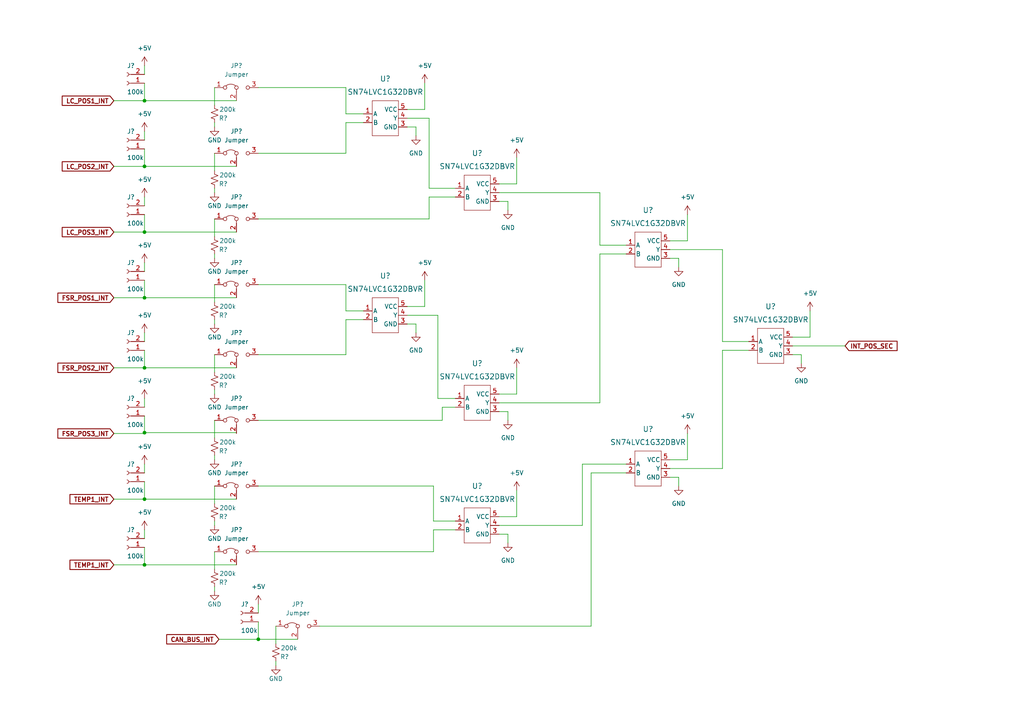
<source format=kicad_sch>
(kicad_sch (version 20211123) (generator eeschema)
  (paper "A4")
  (lib_symbols
    (symbol "Connector:Conn_01x02_Female" (pin_names (offset 1.016) hide)
      (property "Reference" "J" (at 0 2.54 0))
      (property "Value" "Conn_01x02_Female" (at 0 -5.08 0))
      (symbol "Conn_01x02_Female_1_1"
        (arc (start 0 -2.032) (mid -0.508 -2.54) (end 0 -3.048) (stroke (width 0.1524)))
        (polyline (pts (xy -1.27 -2.54) (xy -0.508 -2.54)) (stroke (width 0.1524)))
        (polyline (pts (xy -1.27 0) (xy -0.508 0)) (stroke (width 0.1524)))
        (arc (start 0 0.508) (mid -0.508 0) (end 0 -0.508) (stroke (width 0.1524)))
        (pin passive line (at -5.08 0 0) (length 3.81) (name "Pin_1") (number "1"))
        (pin passive line (at -5.08 -2.54 0) (length 3.81) (name "Pin_2") (number "2"))
      )
    )
    (symbol "Device:R_Small_US" (pin_numbers hide) (pin_names (offset 0.254) hide)
      (property "Reference" "R" (at 0.762 0.508 0))
      (property "Value" "R_Small_US" (at 0.762 -1.016 0))
      (symbol "R_Small_US_1_1"
        (polyline (pts (xy 0 0) (xy 1.016 -0.381) (xy 0 -0.762) (xy -1.016 -1.143) (xy 0 -1.524)))
        (polyline (pts (xy 0 1.524) (xy 1.016 1.143) (xy 0 0.762) (xy -1.016 0.381) (xy 0 0)))
        (pin passive line (at 0 2.54 270) (length 1.016) (name "~") (number "1"))
        (pin passive line (at 0 -2.54 90) (length 1.016) (name "~") (number "2"))
      )
    )
    (symbol "Jumper:Jumper_3_Bridged12" (pin_names (offset 0) hide)
      (property "Reference" "JP" (at -2.54 -2.54 0))
      (property "Value" "Jumper_3_Bridged12" (at 0 2.794 0))
      (symbol "Jumper_3_Bridged12_0_0"
        (circle (center -3.302 0) (radius 0.508))
        (circle (center 0 0) (radius 0.508))
        (circle (center 3.302 0) (radius 0.508))
      )
      (symbol "Jumper_3_Bridged12_0_1"
        (arc (start -0.254 0.508) (mid -1.651 0.9912) (end -3.048 0.508))
        (polyline (pts (xy 0 -1.27) (xy 0 -0.508)))
      )
      (symbol "Jumper_3_Bridged12_1_1"
        (pin passive line (at -6.35 0 0) (length 2.54) (name "A") (number "1"))
        (pin passive line (at 0 -3.81 90) (length 2.54) (name "C") (number "2"))
        (pin passive line (at 6.35 0 180) (length 2.54) (name "B") (number "3"))
      )
    )
    (symbol "SymLib:SN74LVC1G32DBVR" (pin_names (offset 0.254))
      (property "Reference" "U" (at 25.4 10.16 0))
      (property "Value" "SN74LVC1G32DBVR" (at 25.4 7.62 0))
      (symbol "SN74LVC1G32DBVR_0_1"
        (polyline (pts (xy 21.59 -7.62) (xy 29.21 -7.62)) (stroke (width 0.127)))
        (polyline (pts (xy 21.59 2.54) (xy 21.59 -7.62)) (stroke (width 0.127)))
        (polyline (pts (xy 29.21 -7.62) (xy 29.21 2.54)) (stroke (width 0.127)))
        (polyline (pts (xy 29.21 2.54) (xy 21.59 2.54)) (stroke (width 0.127)))
        (pin input line (at 19.05 -1.27 0) (length 2.54) (name "A") (number "1"))
        (pin input line (at 19.05 -3.81 0) (length 2.54) (name "B") (number "2"))
        (pin power_in line (at 31.75 -5.08 180) (length 2.54) (name "GND") (number "3"))
        (pin output line (at 31.75 -2.54 180) (length 2.54) (name "Y") (number "4"))
        (pin power_in line (at 31.75 0 180) (length 2.54) (name "VCC") (number "5"))
      )
    )
    (symbol "power:+5V" (power) (pin_names (offset 0))
      (property "Value" "+5V" (at 0 3.556 0))
      (symbol "+5V_0_1"
        (polyline (pts (xy -0.762 1.27) (xy 0 2.54)))
        (polyline (pts (xy 0 0) (xy 0 2.54)))
        (polyline (pts (xy 0 2.54) (xy 0.762 1.27)))
      )
      (symbol "+5V_1_1"
        (pin power_in line (at 0 0 90) (length 0) hide (name "+5V") (number "1"))
      )
    )
    (symbol "power:GND" (power) (pin_names (offset 0))
      (property "Value" "GND" (at 0 -3.81 0))
      (symbol "GND_0_1"
        (polyline (pts (xy 0 0) (xy 0 -1.27) (xy 1.27 -1.27) (xy 0 -2.54) (xy -1.27 -1.27) (xy 0 -1.27)))
      )
      (symbol "GND_1_1"
        (pin power_in line (at 0 0 270) (length 0) hide (name "GND") (number "1"))
      )
    )
  )
  (junction (at 41.91 48.26))
  (junction (at 41.91 163.83))
  (junction (at 74.93 185.42))
  (junction (at 41.91 29.21))
  (junction (at 41.91 86.36))
  (junction (at 41.91 106.68))
  (junction (at 41.91 67.31))
  (junction (at 41.91 144.78))
  (junction (at 41.91 125.484))
  (wire (pts (xy 147.32 154.94) (xy 144.78 154.94)))
  (wire (pts (xy 62.23 54.61) (xy 62.23 55.88)))
  (wire (pts (xy 80.01 181.61) (xy 80.01 186.69)))
  (wire (pts (xy 41.91 106.68) (xy 41.91 101.6)))
  (wire (pts (xy 209.55 135.89) (xy 209.55 101.6)))
  (wire (pts (xy 125.73 140.97) (xy 74.93 140.97)))
  (wire (pts (xy 41.91 144.78) (xy 41.91 139.7)))
  (wire (pts (xy 132.08 57.15) (xy 124.46 57.15)))
  (wire (pts (xy 41.91 19.05) (xy 41.91 21.59)))
  (wire (pts (xy 41.91 144.78) (xy 68.58 144.78)))
  (wire (pts (xy 194.31 69.85) (xy 199.39 69.85)))
  (wire (pts (xy 232.41 105.41) (xy 232.41 102.87)))
  (wire (pts (xy 105.41 92.71) (xy 100.33 92.71)))
  (wire (pts (xy 63.5 185.42) (xy 74.93 185.42)))
  (wire (pts (xy 62.23 132.08) (xy 62.23 133.35)))
  (wire (pts (xy 100.33 25.4) (xy 100.33 33.02)))
  (wire (pts (xy 147.32 121.92) (xy 147.32 119.38)))
  (wire (pts (xy 100.33 44.45) (xy 100.33 35.56)))
  (wire (pts (xy 132.08 54.61) (xy 124.46 54.61)))
  (wire (pts (xy 229.87 97.79) (xy 234.95 97.79)))
  (wire (pts (xy 41.91 96.52) (xy 41.91 99.06)))
  (wire (pts (xy 41.91 48.26) (xy 68.58 48.26)))
  (wire (pts (xy 144.78 149.86) (xy 149.86 149.86)))
  (wire (pts (xy 132.08 118.11) (xy 128.27 118.11)))
  (wire (pts (xy 147.32 58.42) (xy 144.78 58.42)))
  (wire (pts (xy 168.91 152.4) (xy 168.91 134.62)))
  (wire (pts (xy 41.91 29.21) (xy 41.91 24.13)))
  (wire (pts (xy 196.85 77.47) (xy 196.85 74.93)))
  (wire (pts (xy 149.86 106.68) (xy 149.86 114.3)))
  (wire (pts (xy 33.02 163.83) (xy 41.91 163.83)))
  (wire (pts (xy 74.93 175.26) (xy 74.93 177.8)))
  (wire (pts (xy 62.23 25.4) (xy 62.23 30.48)))
  (wire (pts (xy 62.23 44.45) (xy 62.23 49.53)))
  (wire (pts (xy 124.46 34.29) (xy 118.11 34.29)))
  (wire (pts (xy 199.39 125.73) (xy 199.39 133.35)))
  (wire (pts (xy 132.08 151.13) (xy 125.73 151.13)))
  (wire (pts (xy 41.91 48.26) (xy 41.91 43.18)))
  (wire (pts (xy 62.23 140.97) (xy 62.23 146.05)))
  (wire (pts (xy 100.33 92.71) (xy 100.33 102.87)))
  (wire (pts (xy 173.99 73.66) (xy 181.61 73.66)))
  (wire (pts (xy 62.23 102.87) (xy 62.23 107.95)))
  (wire (pts (xy 33.02 48.26) (xy 41.91 48.26)))
  (wire (pts (xy 124.46 57.15) (xy 124.46 63.5)))
  (wire (pts (xy 74.93 160.02) (xy 125.73 160.02)))
  (wire (pts (xy 62.23 170.18) (xy 62.23 171.45)))
  (wire (pts (xy 120.65 36.83) (xy 118.11 36.83)))
  (wire (pts (xy 62.23 151.13) (xy 62.23 152.4)))
  (wire (pts (xy 144.78 53.34) (xy 149.86 53.34)))
  (wire (pts (xy 74.93 25.4) (xy 100.33 25.4)))
  (wire (pts (xy 74.93 185.42) (xy 74.93 180.34)))
  (wire (pts (xy 41.91 115.57) (xy 41.91 118.11)))
  (wire (pts (xy 80.01 191.77) (xy 80.01 193.04)))
  (wire (pts (xy 41.91 134.62) (xy 41.91 137.16)))
  (wire (pts (xy 100.33 102.87) (xy 74.93 102.87)))
  (wire (pts (xy 41.91 125.73) (xy 41.91 125.484)))
  (wire (pts (xy 194.31 133.35) (xy 199.39 133.35)))
  (wire (pts (xy 118.11 88.9) (xy 123.19 88.9)))
  (wire (pts (xy 209.55 72.39) (xy 209.55 99.06)))
  (wire (pts (xy 33.02 144.78) (xy 41.91 144.78)))
  (wire (pts (xy 41.91 29.21) (xy 68.58 29.21)))
  (wire (pts (xy 144.78 114.3) (xy 149.86 114.3)))
  (wire (pts (xy 74.93 185.42) (xy 86.36 185.42)))
  (wire (pts (xy 62.23 63.5) (xy 62.23 68.58)))
  (wire (pts (xy 33.02 86.36) (xy 41.91 86.36)))
  (wire (pts (xy 196.85 140.97) (xy 196.85 138.43)))
  (wire (pts (xy 62.23 92.71) (xy 62.23 93.98)))
  (wire (pts (xy 144.78 55.88) (xy 173.99 55.88)))
  (wire (pts (xy 62.23 73.66) (xy 62.23 74.93)))
  (wire (pts (xy 62.23 113.03) (xy 62.23 114.3)))
  (wire (pts (xy 125.73 153.67) (xy 125.73 160.02)))
  (wire (pts (xy 62.23 82.55) (xy 62.23 87.63)))
  (wire (pts (xy 41.91 106.68) (xy 68.58 106.68)))
  (wire (pts (xy 41.91 67.31) (xy 68.58 67.31)))
  (wire (pts (xy 147.32 157.48) (xy 147.32 154.94)))
  (wire (pts (xy 100.33 35.56) (xy 105.41 35.56)))
  (wire (pts (xy 41.91 76.2) (xy 41.91 78.74)))
  (wire (pts (xy 74.93 82.55) (xy 100.33 82.55)))
  (wire (pts (xy 33.02 125.73) (xy 41.91 125.73)))
  (wire (pts (xy 41.91 153.67) (xy 41.91 156.21)))
  (wire (pts (xy 171.45 137.16) (xy 181.61 137.16)))
  (wire (pts (xy 74.93 44.45) (xy 100.33 44.45)))
  (wire (pts (xy 62.23 160.02) (xy 62.23 165.1)))
  (wire (pts (xy 41.91 57.15) (xy 41.91 59.69)))
  (wire (pts (xy 171.45 181.61) (xy 171.45 137.16)))
  (wire (pts (xy 196.85 138.43) (xy 194.31 138.43)))
  (wire (pts (xy 209.55 101.6) (xy 217.17 101.6)))
  (wire (pts (xy 92.71 181.61) (xy 171.45 181.61)))
  (wire (pts (xy 173.99 71.12) (xy 181.61 71.12)))
  (wire (pts (xy 41.91 67.31) (xy 41.91 62.23)))
  (wire (pts (xy 120.65 39.37) (xy 120.65 36.83)))
  (wire (pts (xy 41.91 86.36) (xy 41.91 81.28)))
  (wire (pts (xy 149.86 45.72) (xy 149.86 53.34)))
  (wire (pts (xy 199.39 62.23) (xy 199.39 69.85)))
  (wire (pts (xy 144.78 152.4) (xy 168.91 152.4)))
  (wire (pts (xy 41.91 125.484) (xy 68.58 125.484)))
  (wire (pts (xy 41.91 125.484) (xy 41.91 120.65)))
  (wire (pts (xy 41.91 86.36) (xy 68.58 86.36)))
  (wire (pts (xy 124.46 54.61) (xy 124.46 34.29)))
  (wire (pts (xy 74.93 63.5) (xy 124.46 63.5)))
  (wire (pts (xy 33.02 29.21) (xy 41.91 29.21)))
  (wire (pts (xy 144.78 116.84) (xy 173.99 116.84)))
  (wire (pts (xy 118.11 31.75) (xy 123.19 31.75)))
  (wire (pts (xy 127 115.57) (xy 127 91.44)))
  (wire (pts (xy 173.99 116.84) (xy 173.99 73.66)))
  (wire (pts (xy 41.91 163.83) (xy 68.58 163.83)))
  (wire (pts (xy 33.02 67.31) (xy 41.91 67.31)))
  (wire (pts (xy 100.33 33.02) (xy 105.41 33.02)))
  (wire (pts (xy 123.19 24.13) (xy 123.19 31.75)))
  (wire (pts (xy 128.27 118.11) (xy 128.27 121.92)))
  (wire (pts (xy 41.91 163.83) (xy 41.91 158.75)))
  (wire (pts (xy 33.02 106.68) (xy 41.91 106.68)))
  (wire (pts (xy 125.73 151.13) (xy 125.73 140.97)))
  (wire (pts (xy 234.95 90.17) (xy 234.95 97.79)))
  (wire (pts (xy 123.19 81.28) (xy 123.19 88.9)))
  (wire (pts (xy 232.41 102.87) (xy 229.87 102.87)))
  (wire (pts (xy 120.65 96.52) (xy 120.65 93.98)))
  (wire (pts (xy 209.55 99.06) (xy 217.17 99.06)))
  (wire (pts (xy 147.32 60.96) (xy 147.32 58.42)))
  (wire (pts (xy 132.08 153.67) (xy 125.73 153.67)))
  (wire (pts (xy 128.27 121.92) (xy 74.93 121.92)))
  (wire (pts (xy 149.86 142.24) (xy 149.86 149.86)))
  (wire (pts (xy 100.33 82.55) (xy 100.33 90.17)))
  (wire (pts (xy 120.65 93.98) (xy 118.11 93.98)))
  (wire (pts (xy 62.23 121.92) (xy 62.23 127)))
  (wire (pts (xy 196.85 74.93) (xy 194.31 74.93)))
  (wire (pts (xy 194.31 135.89) (xy 209.55 135.89)))
  (wire (pts (xy 194.31 72.39) (xy 209.55 72.39)))
  (wire (pts (xy 132.08 115.57) (xy 127 115.57)))
  (wire (pts (xy 127 91.44) (xy 118.11 91.44)))
  (wire (pts (xy 147.32 119.38) (xy 144.78 119.38)))
  (wire (pts (xy 100.33 90.17) (xy 105.41 90.17)))
  (wire (pts (xy 62.23 35.56) (xy 62.23 36.83)))
  (wire (pts (xy 229.87 100.33) (xy 245.11 100.33)))
  (wire (pts (xy 41.91 38.1) (xy 41.91 40.64)))
  (wire (pts (xy 173.99 55.88) (xy 173.99 71.12)))
  (wire (pts (xy 168.91 134.62) (xy 181.61 134.62)))
  (global_label "CAN_BUS_INT" (shape input) (at 63.5 185.42 180) (effects (font bold)) (property "Intersheet References" "${INTERSHEET_REFS}" (effects hide)))
  (global_label "TEMP1_INT" (shape input) (at 33.02 144.78 180) (effects (font bold)) (property "Intersheet References" "${INTERSHEET_REFS}" (effects hide)))
  (global_label "FSR_POS3_INT" (shape input) (at 33.02 125.73 180) (effects (font (thickness 0.254) bold)) (property "Intersheet References" "${INTERSHEET_REFS}" (effects hide)))
  (global_label "TEMP1_INT" (shape input) (at 33.02 163.83 180) (effects (font bold)) (property "Intersheet References" "${INTERSHEET_REFS}" (effects hide)))
  (global_label "FSR_POS2_INT" (shape input) (at 33.02 106.68 180) (effects (font (thickness 0.254) bold)) (property "Intersheet References" "${INTERSHEET_REFS}" (effects hide)))
  (global_label "LC_POS2_INT" (shape input) (at 33.02 48.26 180) (effects (font bold)) (property "Intersheet References" "${INTERSHEET_REFS}" (effects hide)))
  (global_label "LC_POS1_INT" (shape input) (at 33.02 29.21 180) (effects (font bold)) (property "Intersheet References" "${INTERSHEET_REFS}" (effects hide)))
  (global_label "INT_POS_SEC" (shape input) (at 245.11 100.33 0) (effects (font bold)) (property "Intersheet References" "${INTERSHEET_REFS}" (effects hide)))
  (global_label "LC_POS3_INT" (shape input) (at 33.02 67.31 180) (effects (font bold)) (property "Intersheet References" "${INTERSHEET_REFS}" (effects hide)))
  (global_label "FSR_POS1_INT" (shape input) (at 33.02 86.36 180) (effects (font (thickness 0.254) bold)) (property "Intersheet References" "${INTERSHEET_REFS}" (effects hide)))
  (symbol (lib_id "Device:R_Small_US") (at 62.23 110.49 0) (unit 1)
    (property "Reference" "R?" (at 64.77 111.76 0))
    (property "Value" "200k" (at 66.04 109.22 0))
    (property "Footprint" "Resistor_SMD:R_0603_1608Metric" (effects hide))
  )
  (symbol (lib_id "Connector:Conn_01x02_Female") (at 36.83 101.6 180) (unit 1)
    (property "Reference" "J?" (at 36.83 96.52 0) (effects (justify right)))
    (property "Value" "100k" (at 36.83 104.14 0) (effects (justify right)))
    (property "Footprint" "Connector_PinHeader_2.54mm:PinHeader_1x02_P2.54mm_Vertical" (effects hide))
  )
  (symbol (lib_id "power:GND") (at 232.41 105.41 0) (unit 1)
    (property "Reference" "#PWR?" (effects hide))
    (property "Value" "GND" (at 232.41 110.49 0))
  )
  (symbol (lib_id "Connector:Conn_01x02_Female") (at 36.83 24.13 180) (unit 1)
    (property "Reference" "J?" (at 36.83 19.05 0) (effects (justify right)))
    (property "Value" "100k" (at 36.83 26.67 0) (effects (justify right)))
    (property "Footprint" "Connector_PinHeader_2.54mm:PinHeader_1x02_P2.54mm_Vertical" (effects hide))
  )
  (symbol (lib_id "Jumper:Jumper_3_Bridged12") (at 68.58 82.55 0) (unit 1)
    (property "Reference" "JP?" (at 68.58 76.2 0))
    (property "Value" "Jumper" (at 68.58 78.74 0))
    (property "Footprint" "Connector_PinHeader_2.54mm:PinHeader_1x03_P2.54mm_Vertical" (effects hide))
  )
  (symbol (lib_id "SymLib:SN74LVC1G32DBVR") (at 86.36 31.75 0) (unit 1)
    (property "Reference" "U?" (at 111.76 22.86 0) (effects (font (size 1.524 1.524))))
    (property "Value" "SN74LVC1G32DBVR" (at 111.76 26.67 0) (effects (font (size 1.524 1.524))))
    (property "Footprint" "FootPrint:SOT95P270X145-5N" (effects hide))
  )
  (symbol (lib_id "SymLib:SN74LVC1G32DBVR") (at 86.36 88.9 0) (unit 1)
    (property "Reference" "U?" (at 111.76 80.01 0) (effects (font (size 1.524 1.524))))
    (property "Value" "SN74LVC1G32DBVR" (at 111.76 83.82 0) (effects (font (size 1.524 1.524))))
    (property "Footprint" "FootPrint:SOT95P270X145-5N" (effects hide))
  )
  (symbol (lib_id "Jumper:Jumper_3_Bridged12") (at 68.58 140.97 0) (unit 1)
    (property "Reference" "JP?" (at 68.58 134.62 0))
    (property "Value" "Jumper" (at 68.58 137.16 0))
    (property "Footprint" "Connector_PinHeader_2.54mm:PinHeader_1x03_P2.54mm_Vertical" (effects hide))
  )
  (symbol (lib_id "Connector:Conn_01x02_Female") (at 36.83 81.28 180) (unit 1)
    (property "Reference" "J?" (at 36.83 76.2 0) (effects (justify right)))
    (property "Value" "100k" (at 36.83 83.82 0) (effects (justify right)))
    (property "Footprint" "Connector_PinHeader_2.54mm:PinHeader_1x02_P2.54mm_Vertical" (effects hide))
  )
  (symbol (lib_id "SymLib:SN74LVC1G32DBVR") (at 198.12 97.79 0) (unit 1)
    (property "Reference" "U?" (at 223.52 88.9 0) (effects (font (size 1.524 1.524))))
    (property "Value" "SN74LVC1G32DBVR" (at 223.52 92.71 0) (effects (font (size 1.524 1.524))))
    (property "Footprint" "FootPrint:SOT95P270X145-5N" (effects hide))
  )
  (symbol (lib_id "Device:R_Small_US") (at 80.01 189.23 0) (unit 1)
    (property "Reference" "R?" (at 82.55 190.5 0))
    (property "Value" "200k" (at 83.82 187.96 0))
    (property "Footprint" "Resistor_SMD:R_0603_1608Metric" (effects hide))
  )
  (symbol (lib_id "power:+5V") (at 41.91 96.52 0) (unit 1)
    (property "Reference" "#PWR?" (effects hide))
    (property "Value" "+5V" (at 41.91 91.44 0))
  )
  (symbol (lib_id "Device:R_Small_US") (at 62.23 167.64 0) (unit 1)
    (property "Reference" "R?" (at 64.77 168.91 0))
    (property "Value" "200k" (at 66.04 166.37 0))
    (property "Footprint" "Resistor_SMD:R_0603_1608Metric" (effects hide))
  )
  (symbol (lib_id "power:+5V") (at 41.91 115.57 0) (unit 1)
    (property "Reference" "#PWR?" (effects hide))
    (property "Value" "+5V" (at 41.91 110.49 0))
  )
  (symbol (lib_id "Jumper:Jumper_3_Bridged12") (at 68.58 160.02 0) (unit 1)
    (property "Reference" "JP?" (at 68.58 153.67 0))
    (property "Value" "Jumper" (at 68.58 156.21 0))
    (property "Footprint" "Connector_PinHeader_2.54mm:PinHeader_1x03_P2.54mm_Vertical" (effects hide))
  )
  (symbol (lib_id "power:+5V") (at 149.86 106.68 0) (unit 1)
    (property "Reference" "#PWR?" (effects hide))
    (property "Value" "+5V" (at 149.86 101.6 0))
  )
  (symbol (lib_id "Device:R_Small_US") (at 62.23 90.17 0) (unit 1)
    (property "Reference" "R?" (at 64.77 91.44 0))
    (property "Value" "200k" (at 66.04 88.9 0))
    (property "Footprint" "Resistor_SMD:R_0603_1608Metric" (effects hide))
  )
  (symbol (lib_id "SymLib:SN74LVC1G32DBVR") (at 162.56 133.35 0) (unit 1)
    (property "Reference" "U?" (at 187.96 124.46 0) (effects (font (size 1.524 1.524))))
    (property "Value" "SN74LVC1G32DBVR" (at 187.96 128.27 0) (effects (font (size 1.524 1.524))))
    (property "Footprint" "FootPrint:SOT95P270X145-5N" (effects hide))
  )
  (symbol (lib_id "Device:R_Small_US") (at 62.23 129.54 0) (unit 1)
    (property "Reference" "R?" (at 64.77 130.81 0))
    (property "Value" "200k" (at 66.04 128.27 0))
    (property "Footprint" "Resistor_SMD:R_0603_1608Metric" (effects hide))
  )
  (symbol (lib_id "power:GND") (at 62.23 55.88 0) (unit 1)
    (property "Reference" "#PWR?" (effects hide))
    (property "Value" "GND" (at 62.23 59.69 0))
  )
  (symbol (lib_id "power:GND") (at 196.85 77.47 0) (unit 1)
    (property "Reference" "#PWR?" (effects hide))
    (property "Value" "GND" (at 196.85 82.55 0))
  )
  (symbol (lib_id "power:+5V") (at 199.39 62.23 0) (unit 1)
    (property "Reference" "#PWR?" (effects hide))
    (property "Value" "+5V" (at 199.39 57.15 0))
  )
  (symbol (lib_id "Jumper:Jumper_3_Bridged12") (at 68.58 63.5 0) (unit 1)
    (property "Reference" "JP?" (at 68.58 57.15 0))
    (property "Value" "Jumper" (at 68.58 59.69 0))
    (property "Footprint" "Connector_PinHeader_2.54mm:PinHeader_1x03_P2.54mm_Vertical" (effects hide))
  )
  (symbol (lib_id "Connector:Conn_01x02_Female") (at 36.83 62.23 180) (unit 1)
    (property "Reference" "J?" (at 36.83 57.15 0) (effects (justify right)))
    (property "Value" "100k" (at 36.83 64.77 0) (effects (justify right)))
    (property "Footprint" "Connector_PinHeader_2.54mm:PinHeader_1x02_P2.54mm_Vertical" (effects hide))
  )
  (symbol (lib_id "power:GND") (at 196.85 140.97 0) (unit 1)
    (property "Reference" "#PWR?" (effects hide))
    (property "Value" "GND" (at 196.85 146.05 0))
  )
  (symbol (lib_id "Jumper:Jumper_3_Bridged12") (at 86.36 181.61 0) (unit 1)
    (property "Reference" "JP?" (at 86.36 175.26 0))
    (property "Value" "Jumper" (at 86.36 177.8 0))
    (property "Footprint" "Connector_PinHeader_2.54mm:PinHeader_1x03_P2.54mm_Vertical" (effects hide))
  )
  (symbol (lib_id "Jumper:Jumper_3_Bridged12") (at 68.58 44.45 0) (unit 1)
    (property "Reference" "JP?" (at 68.58 38.1 0))
    (property "Value" "Jumper" (at 68.58 40.64 0))
    (property "Footprint" "Connector_PinHeader_2.54mm:PinHeader_1x03_P2.54mm_Vertical" (effects hide))
  )
  (symbol (lib_id "power:+5V") (at 149.86 142.24 0) (unit 1)
    (property "Reference" "#PWR?" (effects hide))
    (property "Value" "+5V" (at 149.86 137.16 0))
  )
  (symbol (lib_id "Device:R_Small_US") (at 62.23 52.07 0) (unit 1)
    (property "Reference" "R?" (at 64.77 53.34 0))
    (property "Value" "200k" (at 66.04 50.8 0))
    (property "Footprint" "Resistor_SMD:R_0603_1608Metric" (effects hide))
  )
  (symbol (lib_id "power:GND") (at 147.32 60.96 0) (unit 1)
    (property "Reference" "#PWR?" (effects hide))
    (property "Value" "GND" (at 147.32 66.04 0))
  )
  (symbol (lib_id "power:GND") (at 62.23 93.98 0) (unit 1)
    (property "Reference" "#PWR?" (effects hide))
    (property "Value" "GND" (at 62.23 97.79 0))
  )
  (symbol (lib_id "power:GND") (at 120.65 96.52 0) (unit 1)
    (property "Reference" "#PWR?" (effects hide))
    (property "Value" "GND" (at 120.65 101.6 0))
  )
  (symbol (lib_id "Device:R_Small_US") (at 62.23 148.59 0) (unit 1)
    (property "Reference" "R?" (at 64.77 149.86 0))
    (property "Value" "200k" (at 66.04 147.32 0))
    (property "Footprint" "Resistor_SMD:R_0603_1608Metric" (effects hide))
  )
  (symbol (lib_id "power:+5V") (at 41.91 134.62 0) (unit 1)
    (property "Reference" "#PWR?" (effects hide))
    (property "Value" "+5V" (at 41.91 129.54 0))
  )
  (symbol (lib_id "power:GND") (at 62.23 133.35 0) (unit 1)
    (property "Reference" "#PWR?" (effects hide))
    (property "Value" "GND" (at 62.23 137.16 0))
  )
  (symbol (lib_id "power:+5V") (at 234.95 90.17 0) (unit 1)
    (property "Reference" "#PWR?" (effects hide))
    (property "Value" "+5V" (at 234.95 85.09 0))
  )
  (symbol (lib_id "SymLib:SN74LVC1G32DBVR") (at 113.03 149.86 0) (unit 1)
    (property "Reference" "U?" (at 138.43 140.97 0) (effects (font (size 1.524 1.524))))
    (property "Value" "SN74LVC1G32DBVR" (at 138.43 144.78 0) (effects (font (size 1.524 1.524))))
    (property "Footprint" "FootPrint:SOT95P270X145-5N" (effects hide))
  )
  (symbol (lib_id "Connector:Conn_01x02_Female") (at 36.83 120.65 180) (unit 1)
    (property "Reference" "J?" (at 36.83 115.57 0) (effects (justify right)))
    (property "Value" "100k" (at 36.83 123.19 0) (effects (justify right)))
    (property "Footprint" "Connector_PinHeader_2.54mm:PinHeader_1x02_P2.54mm_Vertical" (effects hide))
  )
  (symbol (lib_id "power:GND") (at 62.23 114.3 0) (unit 1)
    (property "Reference" "#PWR?" (effects hide))
    (property "Value" "GND" (at 62.23 118.11 0))
  )
  (symbol (lib_id "Jumper:Jumper_3_Bridged12") (at 68.58 102.87 0) (unit 1)
    (property "Reference" "JP?" (at 68.58 96.52 0))
    (property "Value" "Jumper" (at 68.58 99.06 0))
    (property "Footprint" "Connector_PinHeader_2.54mm:PinHeader_1x03_P2.54mm_Vertical" (effects hide))
  )
  (symbol (lib_id "power:+5V") (at 149.86 45.72 0) (unit 1)
    (property "Reference" "#PWR?" (effects hide))
    (property "Value" "+5V" (at 149.86 40.64 0))
  )
  (symbol (lib_id "power:GND") (at 62.23 74.93 0) (unit 1)
    (property "Reference" "#PWR?" (effects hide))
    (property "Value" "GND" (at 62.23 78.74 0))
  )
  (symbol (lib_id "power:GND") (at 120.65 39.37 0) (unit 1)
    (property "Reference" "#PWR?" (effects hide))
    (property "Value" "GND" (at 120.65 44.45 0))
  )
  (symbol (lib_id "power:GND") (at 147.32 121.92 0) (unit 1)
    (property "Reference" "#PWR?" (effects hide))
    (property "Value" "GND" (at 147.32 127 0))
  )
  (symbol (lib_id "Connector:Conn_01x02_Female") (at 69.85 180.34 180) (unit 1)
    (property "Reference" "J?" (at 69.85 175.26 0) (effects (justify right)))
    (property "Value" "100k" (at 69.85 182.88 0) (effects (justify right)))
    (property "Footprint" "Connector_PinHeader_2.54mm:PinHeader_1x02_P2.54mm_Vertical" (effects hide))
  )
  (symbol (lib_id "power:GND") (at 62.23 152.4 0) (unit 1)
    (property "Reference" "#PWR?" (effects hide))
    (property "Value" "GND" (at 62.23 156.21 0))
  )
  (symbol (lib_id "power:GND") (at 62.23 171.45 0) (unit 1)
    (property "Reference" "#PWR?" (effects hide))
    (property "Value" "GND" (at 62.23 175.26 0))
  )
  (symbol (lib_id "power:GND") (at 62.23 36.83 0) (unit 1)
    (property "Reference" "#PWR?" (effects hide))
    (property "Value" "GND" (at 62.23 40.64 0))
  )
  (symbol (lib_id "power:+5V") (at 123.19 24.13 0) (unit 1)
    (property "Reference" "#PWR?" (effects hide))
    (property "Value" "+5V" (at 123.19 19.05 0))
  )
  (symbol (lib_id "Connector:Conn_01x02_Female") (at 36.83 139.7 180) (unit 1)
    (property "Reference" "J?" (at 36.83 134.62 0) (effects (justify right)))
    (property "Value" "100k" (at 36.83 142.24 0) (effects (justify right)))
    (property "Footprint" "Connector_PinHeader_2.54mm:PinHeader_1x02_P2.54mm_Vertical" (effects hide))
  )
  (symbol (lib_id "power:+5V") (at 199.39 125.73 0) (unit 1)
    (property "Reference" "#PWR?" (effects hide))
    (property "Value" "+5V" (at 199.39 120.65 0))
  )
  (symbol (lib_id "power:GND") (at 147.32 157.48 0) (unit 1)
    (property "Reference" "#PWR?" (effects hide))
    (property "Value" "GND" (at 147.32 162.56 0))
  )
  (symbol (lib_id "Connector:Conn_01x02_Female") (at 36.83 43.18 180) (unit 1)
    (property "Reference" "J?" (at 36.83 38.1 0) (effects (justify right)))
    (property "Value" "100k" (at 36.83 45.72 0) (effects (justify right)))
    (property "Footprint" "Connector_PinHeader_2.54mm:PinHeader_1x02_P2.54mm_Vertical" (effects hide))
  )
  (symbol (lib_id "power:+5V") (at 41.91 38.1 0) (unit 1)
    (property "Reference" "#PWR?" (effects hide))
    (property "Value" "+5V" (at 41.91 33.02 0))
  )
  (symbol (lib_id "SymLib:SN74LVC1G32DBVR") (at 162.56 69.85 0) (unit 1)
    (property "Reference" "U?" (at 187.96 60.96 0) (effects (font (size 1.524 1.524))))
    (property "Value" "SN74LVC1G32DBVR" (at 187.96 64.77 0) (effects (font (size 1.524 1.524))))
    (property "Footprint" "FootPrint:SOT95P270X145-5N" (effects hide))
  )
  (symbol (lib_id "power:+5V") (at 41.91 57.15 0) (unit 1)
    (property "Reference" "#PWR?" (effects hide))
    (property "Value" "+5V" (at 41.91 52.07 0))
  )
  (symbol (lib_id "SymLib:SN74LVC1G32DBVR") (at 113.03 114.3 0) (unit 1)
    (property "Reference" "U?" (at 138.43 105.41 0) (effects (font (size 1.524 1.524))))
    (property "Value" "SN74LVC1G32DBVR" (at 138.43 109.22 0) (effects (font (size 1.524 1.524))))
    (property "Footprint" "FootPrint:SOT95P270X145-5N" (effects hide))
  )
  (symbol (lib_id "power:+5V") (at 74.93 175.26 0) (unit 1)
    (property "Reference" "#PWR?" (effects hide))
    (property "Value" "+5V" (at 74.93 170.18 0))
  )
  (symbol (lib_id "Device:R_Small_US") (at 62.23 33.02 0) (unit 1)
    (property "Reference" "R?" (at 64.77 34.29 0))
    (property "Value" "200k" (at 66.04 31.75 0))
    (property "Footprint" "Resistor_SMD:R_0603_1608Metric" (effects hide))
  )
  (symbol (lib_id "SymLib:SN74LVC1G32DBVR") (at 113.03 53.34 0) (unit 1)
    (property "Reference" "U?" (at 138.43 44.45 0) (effects (font (size 1.524 1.524))))
    (property "Value" "SN74LVC1G32DBVR" (at 138.43 48.26 0) (effects (font (size 1.524 1.524))))
    (property "Footprint" "FootPrint:SOT95P270X145-5N" (effects hide))
  )
  (symbol (lib_id "power:GND") (at 80.01 193.04 0) (unit 1)
    (property "Reference" "#PWR?" (effects hide))
    (property "Value" "GND" (at 80.01 196.85 0))
  )
  (symbol (lib_id "power:+5V") (at 123.19 81.28 0) (unit 1)
    (property "Reference" "#PWR?" (effects hide))
    (property "Value" "+5V" (at 123.19 76.2 0))
  )
  (symbol (lib_id "power:+5V") (at 41.91 19.05 0) (unit 1)
    (property "Reference" "#PWR?" (effects hide))
    (property "Value" "+5V" (at 41.91 13.97 0))
  )
  (symbol (lib_id "power:+5V") (at 41.91 76.2 0) (unit 1)
    (property "Reference" "#PWR?" (effects hide))
    (property "Value" "+5V" (at 41.91 71.12 0))
  )
  (symbol (lib_id "Connector:Conn_01x02_Female") (at 36.83 158.75 180) (unit 1)
    (property "Reference" "J?" (at 36.83 153.67 0) (effects (justify right)))
    (property "Value" "100k" (at 36.83 161.29 0) (effects (justify right)))
    (property "Footprint" "Connector_PinHeader_2.54mm:PinHeader_1x02_P2.54mm_Vertical" (effects hide))
  )
  (symbol (lib_id "Jumper:Jumper_3_Bridged12") (at 68.58 25.4 0) (unit 1)
    (property "Reference" "JP?" (at 68.58 19.05 0))
    (property "Value" "Jumper" (at 68.58 21.59 0))
    (property "Footprint" "Connector_PinHeader_2.54mm:PinHeader_1x03_P2.54mm_Vertical" (effects hide))
  )
  (symbol (lib_id "Device:R_Small_US") (at 62.23 71.12 0) (unit 1)
    (property "Reference" "R?" (at 64.77 72.39 0))
    (property "Value" "200k" (at 66.04 69.85 0))
    (property "Footprint" "Resistor_SMD:R_0603_1608Metric" (effects hide))
  )
  (symbol (lib_id "Jumper:Jumper_3_Bridged12") (at 68.58 121.92 0) (unit 1)
    (property "Reference" "JP?" (at 68.58 115.57 0))
    (property "Value" "Jumper" (at 68.58 118.11 0))
    (property "Footprint" "Connector_PinHeader_2.54mm:PinHeader_1x03_P2.54mm_Vertical" (effects hide))
  )
  (symbol (lib_id "power:+5V") (at 41.91 153.67 0) (unit 1)
    (property "Reference" "#PWR?" (effects hide))
    (property "Value" "+5V" (at 41.91 148.59 0))
  )
)
</source>
